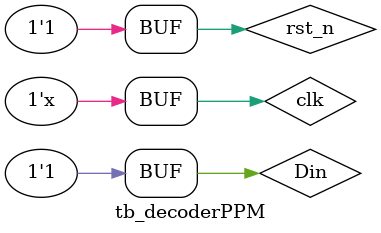
<source format=v>
`timescale 10ms/10ms

module tb_decoderPPM ();

reg clk, rst_n, Din;

wire [7:0] Dout;
wire D_en, F_en;

initial begin
    clk = 1'b0;
    rst_n = 1'b1;
    Din = 1'b0;
    #20 
    rst_n = 1'b0;
    #20 
    rst_n = 1'b1; 
    Din = 1'b1;
    #20    //The first frame
//SOF
    #10 
    Din = 1'b0;
    #160 
    Din = 1'b1;
    #640 
    Din = 1'b0;
    #160 
    Din = 1'b1;
    #320 
    Din = 1'b1;  //DATA   
    #480 
    Din = 1'b0;
    #160  
    Din = 1'b1;
    #640    //01
    Din = 1'b1;
    #160  
    Din = 1'b0;
    #160
    Din = 1'b1;
    #960    //00
    Din = 1'b1;
    #800
    Din = 1'b0;
    #160
    Din = 1'b1;
    #320    // 10
    Din = 1'b1;
    #1120 
    Din = 1'b0;
    #160    //2'b 11 = 3

    Din = 1'b1;  //DATA   
    #480 
    Din = 1'b0;
    #160  
    Din = 1'b1;
    #640    //01
    Din = 1'b1;
    #160  
    Din = 1'b0;
    #160
    Din = 1'b1;
    #960    //00
    Din = 1'b1;
    #1120 
    Din = 1'b0;
    #160    //2'b 11 = 3
    Din = 1'b1;
    #800
    Din = 1'b0;
    #160
    Din = 1'b1;
    #320    // 10




    Din = 1'b1; //EOF
    #960
    Din = 1'b0;
    #160
    Din = 1'b1;

///////////////////////////////////////////////////////////////////////////////
    #4950    //The second frame
//SOF
    #10 
    Din = 1'b0;
    #160 
    Din = 1'b1;
    #640 
    Din = 1'b0;
    #160 
    Din = 1'b1;
    #320 
    Din = 1'b1;  //DATA   
    #480 
    Din = 1'b0;
    #160  
    Din = 1'b1;
    #640    //01
    Din = 1'b1;
    #160  
    Din = 1'b0;
    #160
    Din = 1'b1;
    #960    //00
    Din = 1'b1;
    #800
    Din = 1'b0;
    #160
    Din = 1'b1;
    #320    // 10
    Din = 1'b1;
    #1120 
    Din = 1'b0;
    #160    //2'b 11 = 3

    Din = 1'b1;  //DATA   
    #480 
    Din = 1'b0;
    #160  
    Din = 1'b1;
    #640    //01
    Din = 1'b1;
    #160  
    Din = 1'b0;
    #160
    Din = 1'b1;
    #960    //00
    Din = 1'b1;
    #1120 
    Din = 1'b0;
    #160    //2'b 11 = 3
    Din = 1'b1;
    #800
    Din = 1'b0;
    #160
    Din = 1'b1;
    #320    // 10




    Din = 1'b1; //EOF
    #960
    Din = 1'b0;
    #160
    Din = 1'b1;
    
///////////////////////////////////////////////////////////////////////////////
    #4950   //The third frame
//SOF
    #10 
    Din = 1'b0;
    #160 
    Din = 1'b1;
    #640 
    Din = 1'b0;
    #160 
    Din = 1'b1;
    #320 
    Din = 1'b1;  //DATA   
    #480 
    Din = 1'b0;
    #160  
    Din = 1'b1;
    #640    //01
    Din = 1'b1;
    #160  
    Din = 1'b0;
    #160
    Din = 1'b1;
    #960    //00
    Din = 1'b1;
    #800
    Din = 1'b0;
    #160
    Din = 1'b1;
    #320    // 10
    Din = 1'b1;
    #1120 
    Din = 1'b0;
    #160    //2'b 11 = 3

    Din = 1'b1;  //DATA   
    #480 
    Din = 1'b0;
    #160  
    Din = 1'b1;
    #640    //01
    Din = 1'b1;
    #160  
    Din = 1'b0;
    #160
    Din = 1'b1;
    #960    //00
    Din = 1'b1;
    #1120 
    Din = 1'b0;
    #160    //2'b 11 = 3
    Din = 1'b1;
    #800
    Din = 1'b0;
    #160
    Din = 1'b1;
    #320    // 10




    Din = 1'b1; //EOF
    #960
    Din = 1'b0;
    #160
    Din = 1'b1;    
///////////////////////////////////////////////////////////////////////////////
    #4950   //The fourth frame
//SOF
    #10 
    Din = 1'b0;
    #160 
    Din = 1'b1;
    #640 
    Din = 1'b0;
    #160 
    Din = 1'b1;
    #320 
    Din = 1'b1;  //DATA   
    #480 
    Din = 1'b0;
    #160  
    Din = 1'b1;
    #640    //01
    Din = 1'b1;
    #160  
    Din = 1'b0;
    #160
    Din = 1'b1;
    #960    //00
    Din = 1'b1;
    #800
    Din = 1'b0;
    #160
    Din = 1'b1;
    #320    // 10
    Din = 1'b1;
    #1120 
    Din = 1'b0;
    #160    //2'b 11 = 3

    Din = 1'b1;  //DATA   
    #480 
    Din = 1'b0;
    #160  
    Din = 1'b1;
    #640    //01
    Din = 1'b1;
    #160  
    Din = 1'b0;
    #160
    Din = 1'b1;
    #960    //00
    Din = 1'b1;
    #1120 
    Din = 1'b0;
    #160    //2'b 11 = 3
    Din = 1'b1;
    #800
    Din = 1'b0;
    #160
    Din = 1'b1;
    #320    // 10




    Din = 1'b1; //EOF
    #960
    Din = 1'b0;
    #160
    Din = 1'b1; 

///////////////////////////////////////////////////////////////////////////////
    #4950   //The fifth frame
//SOF
    #10 
    Din = 1'b0;
    #160 
    Din = 1'b1;
    #640 
    Din = 1'b0;
    #160 
    Din = 1'b1;
    #320 
    Din = 1'b1;  //DATA   
    #480 
    Din = 1'b0;
    #160  
    Din = 1'b1;
    #640    //01
    Din = 1'b1;
    #160  
    Din = 1'b0;
    #160
    Din = 1'b1;
    #960    //00
    Din = 1'b1;
    #800
    Din = 1'b0;
    #160
    Din = 1'b1;
    #320    // 10
    Din = 1'b1;
    #1120 
    Din = 1'b0;
    #160    //2'b 11 = 3

    Din = 1'b1;  //DATA   
    #480 
    Din = 1'b0;
    #160  
    Din = 1'b1;
    #640    //01
    Din = 1'b1;
    #160  
    Din = 1'b0;
    #160
    Din = 1'b1;
    #960    //00
    Din = 1'b1;
    #1120 
    Din = 1'b0;
    #160    //2'b 11 = 3
    Din = 1'b1;
    #800
    Din = 1'b0;
    #160
    Din = 1'b1;
    #320    // 10




    Din = 1'b1; //EOF
    #960
    Din = 1'b0;
    #160
    Din = 1'b1; 

end

always #5 clk = ~clk;

ppm_decoder DUT (.clk(clk), .rst_n(rst_n), .Din(Din), .Dout(Dout), .D_en(D_en), .F_en(F_en));
    
endmodule
</source>
